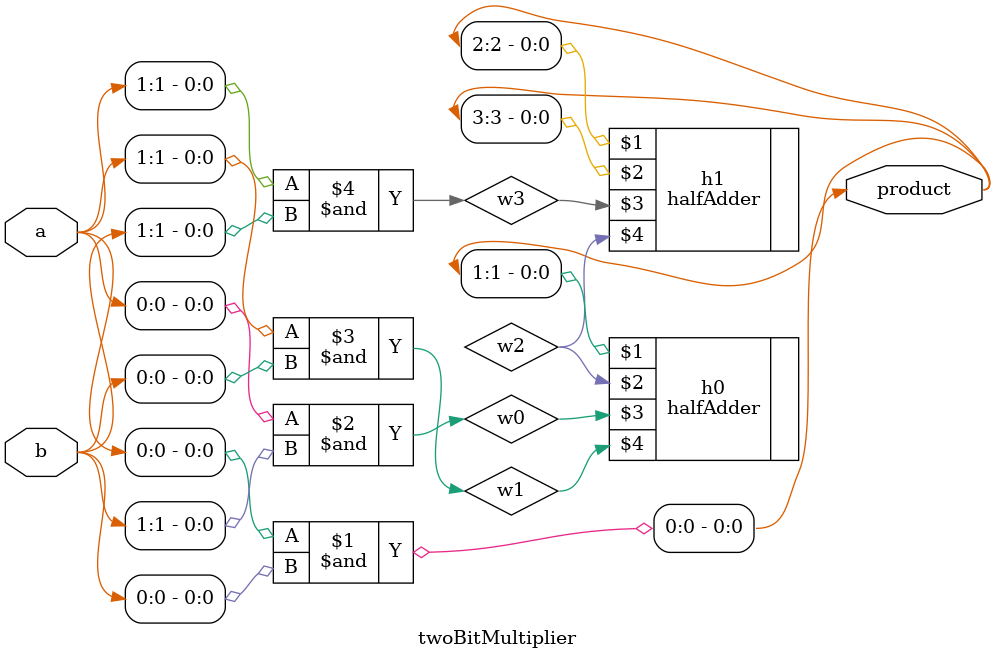
<source format=v>
`include "../half-adder/halfAdder.v"

module twoBitMultiplier (
    output [3:0] product,input [1:0] a,b
);
    wire w0,w1,w2,w3;
    and a0(product[0],a[0],b[0]);
    and a1(w0,a[0],b[1]);
    and a2(w1,a[1],b[0]);
    halfAdder h0(product[1],w2,w0,w1);
    and a3(w3,a[1],b[1]);
    halfAdder h1(product[2],product[3],w3,w2);
endmodule
</source>
